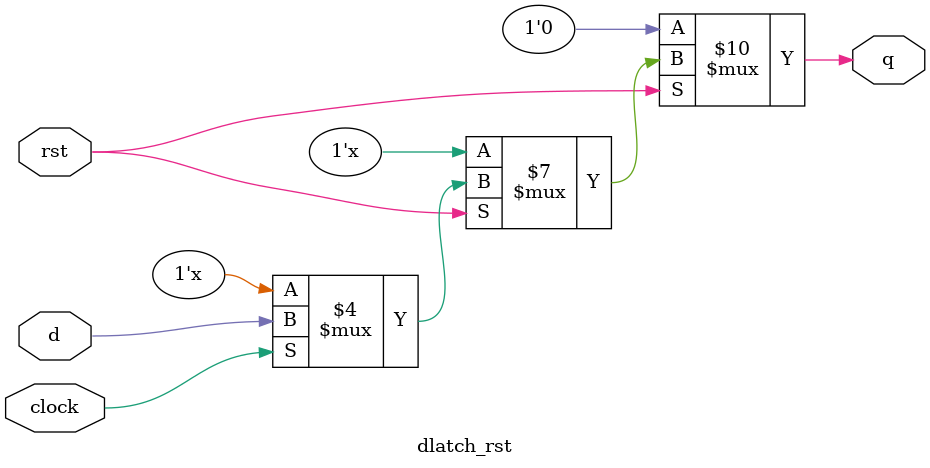
<source format=v>
module dlatch_rst(rst, clock, d, q);
    input rst, clock, d;
    output q;
    reg    q;

    always @(rst or clock or d) begin
        if(!rst)
            q = 1'b0;
        else if(clock)
            q = d;
    end

endmodule
</source>
